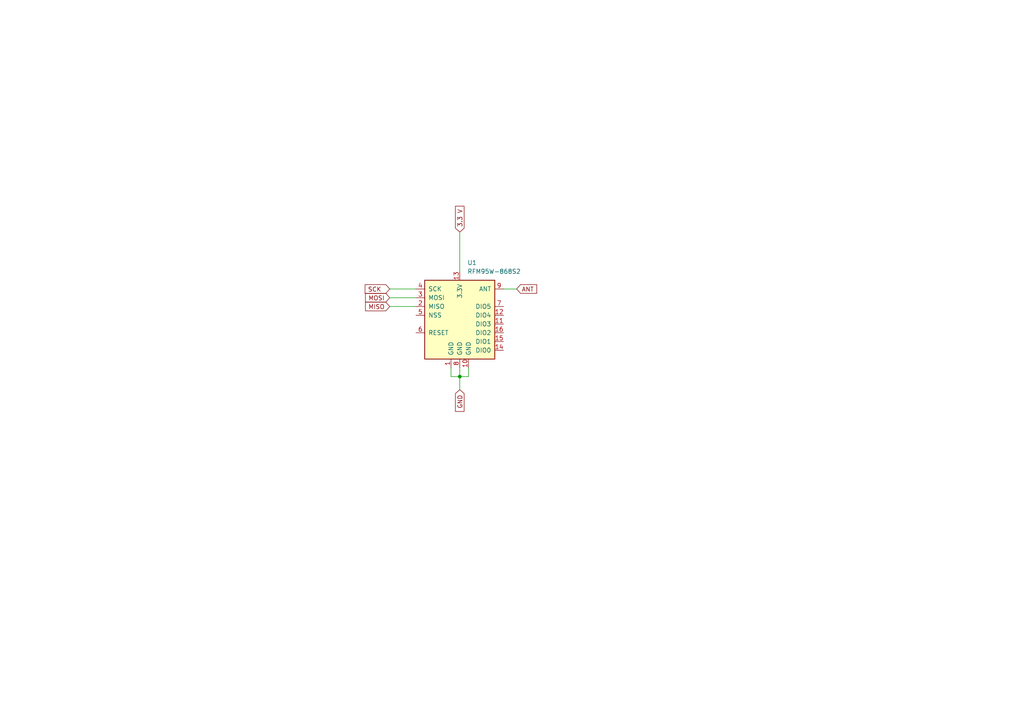
<source format=kicad_sch>
(kicad_sch
	(version 20231120)
	(generator "eeschema")
	(generator_version "8.0")
	(uuid "760e4be0-0457-4cde-a6ec-d56d0abadbc7")
	(paper "A4")
	(lib_symbols
		(symbol "RF_Module:RFM95W-868S2"
			(pin_names
				(offset 1.016)
			)
			(exclude_from_sim no)
			(in_bom yes)
			(on_board yes)
			(property "Reference" "U"
				(at -10.414 11.684 0)
				(effects
					(font
						(size 1.27 1.27)
					)
					(justify left)
				)
			)
			(property "Value" "RFM95W-868S2"
				(at 1.524 11.43 0)
				(effects
					(font
						(size 1.27 1.27)
					)
					(justify left)
				)
			)
			(property "Footprint" ""
				(at -83.82 41.91 0)
				(effects
					(font
						(size 1.27 1.27)
					)
					(hide yes)
				)
			)
			(property "Datasheet" "https://www.hoperf.com/data/upload/portal/20181127/5bfcbea20e9ef.pdf"
				(at -83.82 41.91 0)
				(effects
					(font
						(size 1.27 1.27)
					)
					(hide yes)
				)
			)
			(property "Description" "Low power long range transceiver module, SPI and parallel interface, 868 MHz, spreading factor 6 to12, bandwidth 7.8 to 500kHz, -111 to -148 dBm, SMD-16, DIP-16"
				(at 0 0 0)
				(effects
					(font
						(size 1.27 1.27)
					)
					(hide yes)
				)
			)
			(property "ki_keywords" "Low power long range transceiver module"
				(at 0 0 0)
				(effects
					(font
						(size 1.27 1.27)
					)
					(hide yes)
				)
			)
			(property "ki_fp_filters" "HOPERF*RFM9XW*"
				(at 0 0 0)
				(effects
					(font
						(size 1.27 1.27)
					)
					(hide yes)
				)
			)
			(symbol "RFM95W-868S2_0_1"
				(rectangle
					(start -10.16 10.16)
					(end 10.16 -12.7)
					(stroke
						(width 0.254)
						(type default)
					)
					(fill
						(type background)
					)
				)
			)
			(symbol "RFM95W-868S2_1_1"
				(pin power_in line
					(at -2.54 -15.24 90)
					(length 2.54)
					(name "GND"
						(effects
							(font
								(size 1.27 1.27)
							)
						)
					)
					(number "1"
						(effects
							(font
								(size 1.27 1.27)
							)
						)
					)
				)
				(pin power_in line
					(at 2.54 -15.24 90)
					(length 2.54)
					(name "GND"
						(effects
							(font
								(size 1.27 1.27)
							)
						)
					)
					(number "10"
						(effects
							(font
								(size 1.27 1.27)
							)
						)
					)
				)
				(pin bidirectional line
					(at 12.7 -2.54 180)
					(length 2.54)
					(name "DIO3"
						(effects
							(font
								(size 1.27 1.27)
							)
						)
					)
					(number "11"
						(effects
							(font
								(size 1.27 1.27)
							)
						)
					)
				)
				(pin bidirectional line
					(at 12.7 0 180)
					(length 2.54)
					(name "DIO4"
						(effects
							(font
								(size 1.27 1.27)
							)
						)
					)
					(number "12"
						(effects
							(font
								(size 1.27 1.27)
							)
						)
					)
				)
				(pin power_in line
					(at 0 12.7 270)
					(length 2.54)
					(name "3.3V"
						(effects
							(font
								(size 1.27 1.27)
							)
						)
					)
					(number "13"
						(effects
							(font
								(size 1.27 1.27)
							)
						)
					)
				)
				(pin bidirectional line
					(at 12.7 -10.16 180)
					(length 2.54)
					(name "DIO0"
						(effects
							(font
								(size 1.27 1.27)
							)
						)
					)
					(number "14"
						(effects
							(font
								(size 1.27 1.27)
							)
						)
					)
				)
				(pin bidirectional line
					(at 12.7 -7.62 180)
					(length 2.54)
					(name "DIO1"
						(effects
							(font
								(size 1.27 1.27)
							)
						)
					)
					(number "15"
						(effects
							(font
								(size 1.27 1.27)
							)
						)
					)
				)
				(pin bidirectional line
					(at 12.7 -5.08 180)
					(length 2.54)
					(name "DIO2"
						(effects
							(font
								(size 1.27 1.27)
							)
						)
					)
					(number "16"
						(effects
							(font
								(size 1.27 1.27)
							)
						)
					)
				)
				(pin output line
					(at -12.7 2.54 0)
					(length 2.54)
					(name "MISO"
						(effects
							(font
								(size 1.27 1.27)
							)
						)
					)
					(number "2"
						(effects
							(font
								(size 1.27 1.27)
							)
						)
					)
				)
				(pin input line
					(at -12.7 5.08 0)
					(length 2.54)
					(name "MOSI"
						(effects
							(font
								(size 1.27 1.27)
							)
						)
					)
					(number "3"
						(effects
							(font
								(size 1.27 1.27)
							)
						)
					)
				)
				(pin input line
					(at -12.7 7.62 0)
					(length 2.54)
					(name "SCK"
						(effects
							(font
								(size 1.27 1.27)
							)
						)
					)
					(number "4"
						(effects
							(font
								(size 1.27 1.27)
							)
						)
					)
				)
				(pin input line
					(at -12.7 0 0)
					(length 2.54)
					(name "NSS"
						(effects
							(font
								(size 1.27 1.27)
							)
						)
					)
					(number "5"
						(effects
							(font
								(size 1.27 1.27)
							)
						)
					)
				)
				(pin bidirectional line
					(at -12.7 -5.08 0)
					(length 2.54)
					(name "RESET"
						(effects
							(font
								(size 1.27 1.27)
							)
						)
					)
					(number "6"
						(effects
							(font
								(size 1.27 1.27)
							)
						)
					)
				)
				(pin bidirectional line
					(at 12.7 2.54 180)
					(length 2.54)
					(name "DIO5"
						(effects
							(font
								(size 1.27 1.27)
							)
						)
					)
					(number "7"
						(effects
							(font
								(size 1.27 1.27)
							)
						)
					)
				)
				(pin power_in line
					(at 0 -15.24 90)
					(length 2.54)
					(name "GND"
						(effects
							(font
								(size 1.27 1.27)
							)
						)
					)
					(number "8"
						(effects
							(font
								(size 1.27 1.27)
							)
						)
					)
				)
				(pin bidirectional line
					(at 12.7 7.62 180)
					(length 2.54)
					(name "ANT"
						(effects
							(font
								(size 1.27 1.27)
							)
						)
					)
					(number "9"
						(effects
							(font
								(size 1.27 1.27)
							)
						)
					)
				)
			)
		)
	)
	(junction
		(at 133.35 109.22)
		(diameter 0)
		(color 0 0 0 0)
		(uuid "30f6a409-b9c9-4c1c-a8c7-3e2ea460af06")
	)
	(wire
		(pts
			(xy 133.35 67.31) (xy 133.35 78.74)
		)
		(stroke
			(width 0)
			(type default)
		)
		(uuid "0add65ea-18de-4999-b55a-623fbd08dfee")
	)
	(wire
		(pts
			(xy 133.35 109.22) (xy 135.89 109.22)
		)
		(stroke
			(width 0)
			(type default)
		)
		(uuid "195a7c8c-8452-418f-9f6c-c63eb4f979f8")
	)
	(wire
		(pts
			(xy 146.05 83.82) (xy 149.86 83.82)
		)
		(stroke
			(width 0)
			(type default)
		)
		(uuid "244439e4-507c-4ec7-b381-75f999e119e5")
	)
	(wire
		(pts
			(xy 133.35 109.22) (xy 133.35 113.03)
		)
		(stroke
			(width 0)
			(type default)
		)
		(uuid "4ae4214b-c704-4717-b9d6-6bb36d7dfbb0")
	)
	(wire
		(pts
			(xy 113.03 86.36) (xy 120.65 86.36)
		)
		(stroke
			(width 0)
			(type default)
		)
		(uuid "4f7995a9-cefc-46c2-9e71-6f3109a161d9")
	)
	(wire
		(pts
			(xy 113.03 83.82) (xy 120.65 83.82)
		)
		(stroke
			(width 0)
			(type default)
		)
		(uuid "702a4e30-197b-48a1-a20b-3fb11099bc05")
	)
	(wire
		(pts
			(xy 130.81 109.22) (xy 133.35 109.22)
		)
		(stroke
			(width 0)
			(type default)
		)
		(uuid "82057306-8ed5-4821-bb80-5bcf68f05ee9")
	)
	(wire
		(pts
			(xy 133.35 109.22) (xy 133.35 106.68)
		)
		(stroke
			(width 0)
			(type default)
		)
		(uuid "91d781c1-aa68-4c48-9784-907cf7a92489")
	)
	(wire
		(pts
			(xy 130.81 106.68) (xy 130.81 109.22)
		)
		(stroke
			(width 0)
			(type default)
		)
		(uuid "c3c7efc1-cdd9-4234-9684-bac833fa7cd6")
	)
	(wire
		(pts
			(xy 113.03 88.9) (xy 120.65 88.9)
		)
		(stroke
			(width 0)
			(type default)
		)
		(uuid "cfbf588a-ade3-4a99-90d2-d2da8613d748")
	)
	(wire
		(pts
			(xy 135.89 106.68) (xy 135.89 109.22)
		)
		(stroke
			(width 0)
			(type default)
		)
		(uuid "e8c51651-276a-4808-96b0-68bfe48a41ef")
	)
	(global_label "SCK "
		(shape input)
		(at 113.03 83.82 180)
		(fields_autoplaced yes)
		(effects
			(font
				(size 1.27 1.27)
			)
			(justify right)
		)
		(uuid "1f088cc3-c32e-4166-b23e-7b899cddef87")
		(property "Intersheetrefs" "${INTERSHEET_REFS}"
			(at 105.3277 83.82 0)
			(effects
				(font
					(size 1.27 1.27)
				)
				(justify right)
				(hide yes)
			)
		)
	)
	(global_label "MOSI"
		(shape input)
		(at 113.03 86.36 180)
		(fields_autoplaced yes)
		(effects
			(font
				(size 1.27 1.27)
			)
			(justify right)
		)
		(uuid "332ca889-4244-43f1-876c-fc53f7f6c4da")
		(property "Intersheetrefs" "${INTERSHEET_REFS}"
			(at 105.4486 86.36 0)
			(effects
				(font
					(size 1.27 1.27)
				)
				(justify right)
				(hide yes)
			)
		)
	)
	(global_label "ANT"
		(shape input)
		(at 149.86 83.82 0)
		(fields_autoplaced yes)
		(effects
			(font
				(size 1.27 1.27)
			)
			(justify left)
		)
		(uuid "427c0816-6b49-40e8-8fe0-b0bfe6a205ca")
		(property "Intersheetrefs" "${INTERSHEET_REFS}"
			(at 156.2319 83.82 0)
			(effects
				(font
					(size 1.27 1.27)
				)
				(justify left)
				(hide yes)
			)
		)
	)
	(global_label "3.3 V"
		(shape input)
		(at 133.35 67.31 90)
		(fields_autoplaced yes)
		(effects
			(font
				(size 1.27 1.27)
			)
			(justify left)
		)
		(uuid "90bc9c44-9a55-4a2c-b1c4-8f5663f7a3c3")
		(property "Intersheetrefs" "${INTERSHEET_REFS}"
			(at 133.35 59.2448 90)
			(effects
				(font
					(size 1.27 1.27)
				)
				(justify left)
				(hide yes)
			)
		)
	)
	(global_label "MISO"
		(shape input)
		(at 113.03 88.9 180)
		(fields_autoplaced yes)
		(effects
			(font
				(size 1.27 1.27)
			)
			(justify right)
		)
		(uuid "abec1598-4039-4335-ac5c-bf6c6b69fff4")
		(property "Intersheetrefs" "${INTERSHEET_REFS}"
			(at 105.4486 88.9 0)
			(effects
				(font
					(size 1.27 1.27)
				)
				(justify right)
				(hide yes)
			)
		)
	)
	(global_label "GND"
		(shape input)
		(at 133.35 113.03 270)
		(fields_autoplaced yes)
		(effects
			(font
				(size 1.27 1.27)
			)
			(justify right)
		)
		(uuid "e14294e5-848f-4e26-be80-fa2ed5a784bd")
		(property "Intersheetrefs" "${INTERSHEET_REFS}"
			(at 133.35 119.8857 90)
			(effects
				(font
					(size 1.27 1.27)
				)
				(justify right)
				(hide yes)
			)
		)
	)
	(symbol
		(lib_id "RF_Module:RFM95W-868S2")
		(at 133.35 91.44 0)
		(unit 1)
		(exclude_from_sim no)
		(in_bom yes)
		(on_board yes)
		(dnp no)
		(uuid "5e6e0365-2377-47b1-8352-8c27cf02e3ab")
		(property "Reference" "U1"
			(at 135.5441 76.2 0)
			(effects
				(font
					(size 1.27 1.27)
				)
				(justify left)
			)
		)
		(property "Value" "RFM95W-868S2"
			(at 135.5441 78.74 0)
			(effects
				(font
					(size 1.27 1.27)
				)
				(justify left)
			)
		)
		(property "Footprint" ""
			(at 49.53 49.53 0)
			(effects
				(font
					(size 1.27 1.27)
				)
				(hide yes)
			)
		)
		(property "Datasheet" "https://www.hoperf.com/data/upload/portal/20181127/5bfcbea20e9ef.pdf"
			(at 49.53 49.53 0)
			(effects
				(font
					(size 1.27 1.27)
				)
				(hide yes)
			)
		)
		(property "Description" "Low power long range transceiver module, SPI and parallel interface, 868 MHz, spreading factor 6 to12, bandwidth 7.8 to 500kHz, -111 to -148 dBm, SMD-16, DIP-16"
			(at 133.35 91.44 0)
			(effects
				(font
					(size 1.27 1.27)
				)
				(hide yes)
			)
		)
		(pin "10"
			(uuid "bec8414f-3c28-4905-a811-8d3821efdd96")
		)
		(pin "5"
			(uuid "043eee61-98b1-4ab9-a1fc-100b0226d4e7")
		)
		(pin "7"
			(uuid "5107b297-88fd-44e4-bd3d-1f5615ab5437")
		)
		(pin "8"
			(uuid "13d008e6-d0ed-4337-a107-87126eabd1cc")
		)
		(pin "11"
			(uuid "7fb9bb5b-98db-4904-ace6-2903cf8dedc5")
		)
		(pin "13"
			(uuid "661b0b0c-ac2b-467c-b2e6-34f88206549a")
		)
		(pin "9"
			(uuid "7ba34782-c291-4411-90a9-c2dd84fb333d")
		)
		(pin "1"
			(uuid "42b99c51-3e62-49fe-97a2-51c686bc140c")
		)
		(pin "12"
			(uuid "88c15b80-86b5-44b2-97b9-33e6e02ebbd0")
		)
		(pin "14"
			(uuid "4175a2b3-f5be-4826-81ba-39749cf55c9f")
		)
		(pin "15"
			(uuid "a9f135c2-6aab-4381-b1e4-c52266e490cb")
		)
		(pin "16"
			(uuid "61e056f5-1fac-439a-afaf-cb3b6183c583")
		)
		(pin "2"
			(uuid "1db7fd9c-d627-44a7-98ad-cd08038a9560")
		)
		(pin "3"
			(uuid "ea7498ee-d9cc-4804-ad35-e699463ec989")
		)
		(pin "4"
			(uuid "54326730-5753-47ed-b190-52ef1df03bf4")
		)
		(pin "6"
			(uuid "eeb8c95a-294a-4ebe-a293-7507b31844e5")
		)
		(instances
			(project ""
				(path "/760e4be0-0457-4cde-a6ec-d56d0abadbc7"
					(reference "U1")
					(unit 1)
				)
			)
		)
	)
	(sheet_instances
		(path "/"
			(page "1")
		)
	)
)

</source>
